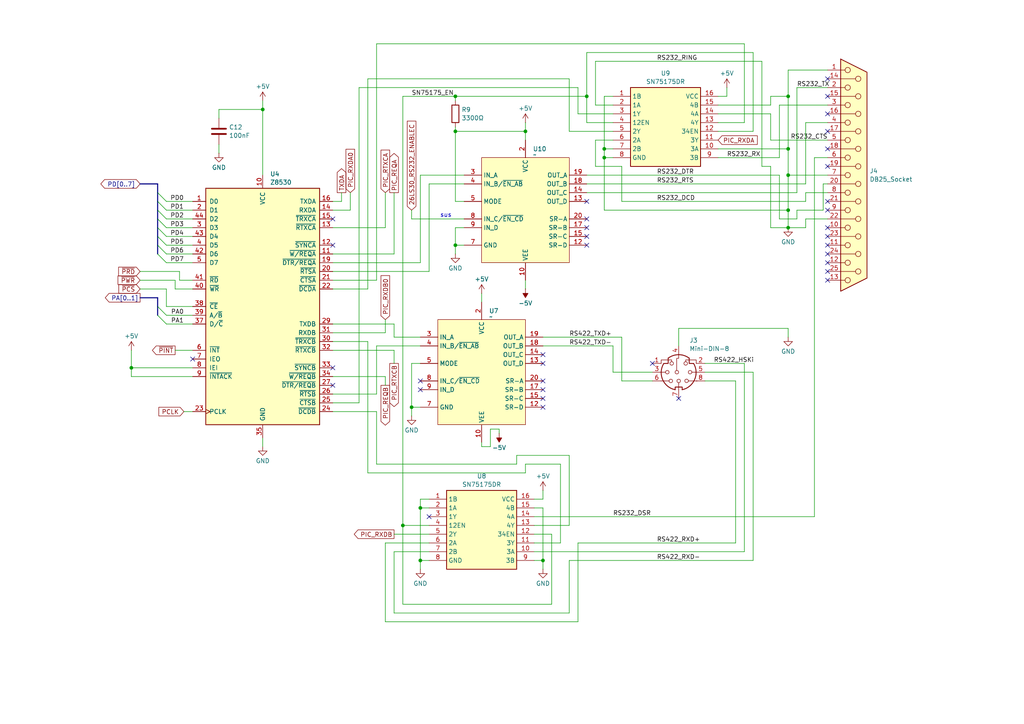
<source format=kicad_sch>
(kicad_sch (version 20250114) (generator "eeschema") (generator_version "9.0")
  (paper "A4")
  (title_block (title "PICDB") (date "2025-09-21") (rev "0.1") (company "Lostwave") (comment 1 "https://github.com/demik/oldworld"))
  (lib_symbols
    (symbol "Connector:DB25_Socket" (pin_names (offset 1.016) (hide yes))
      (property "Reference" "J" (at 0 34.29 0))
      (property "Value" "DB25_Socket" (at 0 -34.925 0))
      (symbol "DB25_Socket_0_1"
        (polyline (pts (xy -3.81 33.655) (xy 3.81 29.845) (xy 3.81 -29.845) (xy -3.81 -33.655) (xy -3.81 33.655)) (stroke (width 0.254)) (fill (type background)))
        (polyline (pts (xy -3.81 30.48) (xy -2.54 30.48)))
        (polyline (pts (xy -3.81 27.94) (xy 0.508 27.94)))
        (polyline (pts (xy -3.81 25.4) (xy -2.54 25.4)))
        (polyline (pts (xy -3.81 22.86) (xy 0.508 22.86)))
        (polyline (pts (xy -3.81 20.32) (xy -2.54 20.32)))
        (polyline (pts (xy -3.81 17.78) (xy 0.508 17.78)))
        (polyline (pts (xy -3.81 15.24) (xy -2.54 15.24)))
        (polyline (pts (xy -3.81 12.7) (xy 0.508 12.7)))
        (polyline (pts (xy -3.81 10.16) (xy -2.54 10.16)))
        (polyline (pts (xy -3.81 7.62) (xy 0.508 7.62)))
        (polyline (pts (xy -3.81 5.08) (xy -2.54 5.08)))
        (polyline (pts (xy -3.81 2.54) (xy 0.508 2.54)))
        (polyline (pts (xy -3.81 0) (xy -2.54 0)))
        (polyline (pts (xy -3.81 -2.54) (xy 0.508 -2.54)))
        (polyline (pts (xy -3.81 -5.08) (xy -2.54 -5.08)))
        (polyline (pts (xy -3.81 -7.62) (xy 0.508 -7.62)))
        (polyline (pts (xy -3.81 -10.16) (xy -2.54 -10.16)))
        (polyline (pts (xy -3.81 -12.7) (xy 0.508 -12.7)))
        (polyline (pts (xy -3.81 -15.24) (xy -2.54 -15.24)))
        (polyline (pts (xy -3.81 -17.78) (xy 0.508 -17.78)))
        (polyline (pts (xy -3.81 -20.32) (xy -2.54 -20.32)))
        (polyline (pts (xy -3.81 -22.86) (xy 0.508 -22.86)))
        (polyline (pts (xy -3.81 -25.4) (xy -2.54 -25.4)))
        (polyline (pts (xy -3.81 -27.94) (xy 0.508 -27.94)))
        (polyline (pts (xy -3.81 -30.48) (xy -2.54 -30.48)))
        (circle (center -1.778 30.48) (radius 0.762))
        (circle (center -1.778 25.4) (radius 0.762))
        (circle (center -1.778 20.32) (radius 0.762))
        (circle (center -1.778 15.24) (radius 0.762))
        (circle (center -1.778 10.16) (radius 0.762))
        (circle (center -1.778 5.08) (radius 0.762))
        (circle (center -1.778 0) (radius 0.762))
        (circle (center -1.778 -5.08) (radius 0.762))
        (circle (center -1.778 -10.16) (radius 0.762))
        (circle (center -1.778 -15.24) (radius 0.762))
        (circle (center -1.778 -20.32) (radius 0.762))
        (circle (center -1.778 -25.4) (radius 0.762))
        (circle (center -1.778 -30.48) (radius 0.762))
        (circle (center 1.27 27.94) (radius 0.762))
        (circle (center 1.27 22.86) (radius 0.762))
        (circle (center 1.27 17.78) (radius 0.762))
        (circle (center 1.27 12.7) (radius 0.762))
        (circle (center 1.27 7.62) (radius 0.762))
        (circle (center 1.27 2.54) (radius 0.762))
        (circle (center 1.27 -2.54) (radius 0.762))
        (circle (center 1.27 -7.62) (radius 0.762))
        (circle (center 1.27 -12.7) (radius 0.762))
        (circle (center 1.27 -17.78) (radius 0.762))
        (circle (center 1.27 -22.86) (radius 0.762))
        (circle (center 1.27 -27.94) (radius 0.762))
      )
      (symbol "DB25_Socket_1_1"
        (pin passive line (at -7.62 30.48 0) (length 3.81) (name "1") (number "1"))
        (pin passive line (at -7.62 27.94 0) (length 3.81) (name "P14") (number "14"))
        (pin passive line (at -7.62 25.4 0) (length 3.81) (name "2") (number "2"))
        (pin passive line (at -7.62 22.86 0) (length 3.81) (name "P15") (number "15"))
        (pin passive line (at -7.62 20.32 0) (length 3.81) (name "3") (number "3"))
        (pin passive line (at -7.62 17.78 0) (length 3.81) (name "P16") (number "16"))
        (pin passive line (at -7.62 15.24 0) (length 3.81) (name "4") (number "4"))
        (pin passive line (at -7.62 12.7 0) (length 3.81) (name "P17") (number "17"))
        (pin passive line (at -7.62 10.16 0) (length 3.81) (name "5") (number "5"))
        (pin passive line (at -7.62 7.62 0) (length 3.81) (name "P18") (number "18"))
        (pin passive line (at -7.62 5.08 0) (length 3.81) (name "6") (number "6"))
        (pin passive line (at -7.62 2.54 0) (length 3.81) (name "P19") (number "19"))
        (pin passive line (at -7.62 0 0) (length 3.81) (name "7") (number "7"))
        (pin passive line (at -7.62 -2.54 0) (length 3.81) (name "P20") (number "20"))
        (pin passive line (at -7.62 -5.08 0) (length 3.81) (name "8") (number "8"))
        (pin passive line (at -7.62 -7.62 0) (length 3.81) (name "P21") (number "21"))
        (pin passive line (at -7.62 -10.16 0) (length 3.81) (name "9") (number "9"))
        (pin passive line (at -7.62 -12.7 0) (length 3.81) (name "P22") (number "22"))
        (pin passive line (at -7.62 -15.24 0) (length 3.81) (name "10") (number "10"))
        (pin passive line (at -7.62 -17.78 0) (length 3.81) (name "P23") (number "23"))
        (pin passive line (at -7.62 -20.32 0) (length 3.81) (name "11") (number "11"))
        (pin passive line (at -7.62 -22.86 0) (length 3.81) (name "P24") (number "24"))
        (pin passive line (at -7.62 -25.4 0) (length 3.81) (name "12") (number "12"))
        (pin passive line (at -7.62 -27.94 0) (length 3.81) (name "P25") (number "25"))
        (pin passive line (at -7.62 -30.48 0) (length 3.81) (name "13") (number "13"))
      )
    )
    (symbol "Connector:Mini-DIN-8" (pin_names (offset 1.016))
      (property "Reference" "J" (at 5.08 5.08 0))
      (property "Value" "Mini-DIN-8" (at 10.668 -5.08 0))
      (symbol "Mini-DIN-8_0_1"
        (polyline (pts (xy -4.318 -2.54) (xy -3.048 -2.54) (xy -3.048 -4.064)) (stroke (width 0.254)))
        (polyline (pts (xy -3.81 0) (xy -5.08 0)))
        (circle (center -3.302 0) (radius 0.508))
        (polyline (pts (xy -2.794 2.54) (xy -5.334 2.54)))
        (circle (center -2.286 2.5146) (radius 0.508))
        (circle (center -2.032 -2.54) (radius 0.508))
        (polyline (pts (xy -2.032 -3.048) (xy -2.032 -3.556) (xy -5.08 -3.556) (xy -5.08 -2.54)))
        (polyline (pts (xy -1.016 5.08) (xy -1.016 4.318) (xy 1.016 4.318) (xy 1.016 5.08)) (stroke (width 0.254)))
        (polyline (pts (xy 0 5.1054) (xy 0 3.048)))
        (circle (center 0 2.54) (radius 0.508))
        (arc (start 3.048 -4.064) (mid 0 -5.08) (end -3.048 -4.064) (stroke (width 0.254)))
        (arc (start 1.016 5.08) (mid 4.6646 2.1356) (end 4.318 -2.54) (stroke (width 0.254)))
        (arc (start -4.318 -2.54) (mid -4.6241 2.1181) (end -1.016 5.08) (stroke (width 0.254)))
        (polyline (pts (xy 0.5842 -0.508) (xy 0.5842 -4.0132) (xy 0 -4.0132) (xy 0 -5.1816)))
        (circle (center 2.032 -2.54) (radius 0.508))
        (polyline (pts (xy 2.032 -3.048) (xy 2.032 -3.556) (xy 5.08 -3.556) (xy 5.08 -2.54)))
        (circle (center 2.286 2.54) (radius 0.508))
        (polyline (pts (xy 2.794 2.54) (xy 5.08 2.54)))
        (circle (center 3.302 0) (radius 0.508))
        (polyline (pts (xy 4.318 -2.54) (xy 3.048 -2.54) (xy 3.048 -4.064)) (stroke (width 0.254)))
        (polyline (pts (xy 5.08 0) (xy 3.81 0)))
      )
      (symbol "Mini-DIN-8_1_1"
        (circle (center 0.5334 0) (radius 0.508))
        (pin passive line (at -7.62 2.54 0) (length 2.54) (name "~") (number "8"))
        (pin passive line (at -7.62 0 0) (length 2.54) (name "~") (number "5"))
        (pin passive line (at -7.62 -2.54 0) (length 2.54) (name "~") (number "2"))
        (pin passive line (at 0 7.62 270) (length 2.54) (name "~") (number "7"))
        (pin passive line (at 0 -7.62 90) (length 2.54) (name "~") (number "4"))
        (pin passive line (at 7.62 2.54 180) (length 2.54) (name "~") (number "6"))
        (pin passive line (at 7.62 0 180) (length 2.54) (name "~") (number "3"))
        (pin passive line (at 7.62 -2.54 180) (length 2.54) (name "~") (number "1"))
      )
    )
    (symbol "Connector_Apple:AM26LS30FN"
      (property "Reference" "U" (at 2.794 20.066 0))
      (symbol "AM26LS30FN_1_1"
        (rectangle (start -12.7 17.78) (end 12.7 -12.7) (fill (type background)))
        (pin input line (at -17.78 12.7 0) (length 5.08) (name "IN_A") (number "3"))
        (pin input line (at -17.78 10.16 0) (length 5.08) (name "IN_B/~{EN_AB}") (number "4"))
        (pin input line (at -17.78 5.08 0) (length 5.08) (name "MODE") (number "5"))
        (pin input line (at -17.78 0 0) (length 5.08) (name "IN_C/~{EN_CD}") (number "8"))
        (pin input line (at -17.78 -2.54 0) (length 5.08) (name "IN_D") (number "9"))
        (pin power_in line (at -17.78 -7.62 0) (length 5.08) (name "GND") (number "7"))
        (pin no_connect line (at -5.08 -17.78 90) (length 5.08) (hide yes) (name "NC") (number "16"))
        (pin no_connect line (at -2.54 -17.78 90) (length 5.08) (hide yes) (name "NC") (number "1"))
        (pin power_in line (at 0 22.86 270) (length 5.08) (name "VCC") (number "2"))
        (pin power_in line (at 0 -17.78 90) (length 5.08) (name "VEE") (number "10"))
        (pin no_connect line (at 2.54 -17.78 90) (length 5.08) (hide yes) (name "NC") (number "6"))
        (pin no_connect line (at 5.08 -17.78 90) (length 5.08) (hide yes) (name "NC") (number "11"))
        (pin output line (at 17.78 12.7 180) (length 5.08) (name "OUT_A") (number "19"))
        (pin output line (at 17.78 10.16 180) (length 5.08) (name "OUT_B") (number "18"))
        (pin output line (at 17.78 7.62 180) (length 5.08) (name "OUT_C") (number "14"))
        (pin output line (at 17.78 5.08 180) (length 5.08) (name "OUT_D") (number "13"))
        (pin output line (at 17.78 0 180) (length 5.08) (name "SR-A") (number "20"))
        (pin output line (at 17.78 -2.54 180) (length 5.08) (name "SR-B") (number "17"))
        (pin output line (at 17.78 -5.08 180) (length 5.08) (name "SR-C") (number "15"))
        (pin output line (at 17.78 -7.62 180) (length 5.08) (name "SR-D") (number "12"))
      )
    )
    (symbol "Connector_Apple:Z8530" (pin_names (offset 1.016))
      (property "Reference" "U" (at -16.51 35.56 0))
      (property "Value" "Z8530" (at 10.16 35.56 0))
      (symbol "Z8530_0_1"
        (rectangle (start -16.51 -34.29) (end 16.51 34.29) (stroke (width 0.254)) (fill (type background)))
      )
      (symbol "Z8530_1_1"
        (pin input line (at -20.32 30.48 0) (length 3.81) (name "D0") (number "1"))
        (pin input line (at -20.32 27.94 0) (length 3.81) (name "D1") (number "2"))
        (pin input line (at -20.32 25.4 0) (length 3.81) (name "D2") (number "44"))
        (pin input line (at -20.32 22.86 0) (length 3.81) (name "D3") (number "3"))
        (pin input line (at -20.32 20.32 0) (length 3.81) (name "D4") (number "43"))
        (pin input line (at -20.32 17.78 0) (length 3.81) (name "D5") (number "4"))
        (pin input line (at -20.32 15.24 0) (length 3.81) (name "D6") (number "42"))
        (pin input line (at -20.32 12.7 0) (length 3.81) (name "D7") (number "5"))
        (pin input line (at -20.32 7.62 0) (length 3.81) (name "~{RD}") (number "41"))
        (pin input line (at -20.32 5.08 0) (length 3.81) (name "~{WR}") (number "40"))
        (pin input line (at -20.32 0 0) (length 3.81) (name "~{CE}") (number "38"))
        (pin input line (at -20.32 -2.54 0) (length 3.81) (name "A/~{B}") (number "39"))
        (pin input line (at -20.32 -5.08 0) (length 3.81) (name "D/~{C}") (number "37"))
        (pin open_collector line (at -20.32 -12.7 0) (length 3.81) (name "~{INT}") (number "6"))
        (pin output line (at -20.32 -15.24 0) (length 3.81) (name "IEO") (number "7"))
        (pin input line (at -20.32 -17.78 0) (length 3.81) (name "IEI") (number "8"))
        (pin input line (at -20.32 -20.32 0) (length 3.81) (name "~{INTACK}") (number "9"))
        (pin input clock (at -20.32 -30.48 0) (length 3.81) (name "PCLK") (number "23"))
        (pin no_connect line (at -7.62 -38.1 90) (length 3.81) (hide yes) (name "NC") (number "17"))
        (pin no_connect line (at -5.08 -38.1 90) (length 3.81) (hide yes) (name "NC") (number "18"))
        (pin no_connect line (at -2.54 -38.1 90) (length 3.81) (hide yes) (name "NC") (number "28"))
        (pin power_in line (at 0 38.1 270) (length 3.81) (name "VCC") (number "10"))
        (pin power_in line (at 0 -38.1 90) (length 3.81) (name "GND") (number "35"))
        (pin no_connect line (at 2.54 -38.1 90) (length 3.81) (hide yes) (name "NC") (number "36"))
        (pin output line (at 20.32 30.48 180) (length 3.81) (name "TXDA") (number "16"))
        (pin input line (at 20.32 27.94 180) (length 3.81) (name "RXDA") (number "14"))
        (pin bidirectional line (at 20.32 25.4 180) (length 3.81) (name "~{TRXCA}") (number "15"))
        (pin input line (at 20.32 22.86 180) (length 3.81) (name "~{RTXCA}") (number "13"))
        (pin bidirectional line (at 20.32 17.78 180) (length 3.81) (name "~{SYNCA}") (number "12"))
        (pin output line (at 20.32 15.24 180) (length 3.81) (name "~{W/REQA}") (number "11"))
        (pin output line (at 20.32 12.7 180) (length 3.81) (name "~{DTR/REQA}") (number "19"))
        (pin output line (at 20.32 10.16 180) (length 3.81) (name "~{RTSA}") (number "20"))
        (pin input line (at 20.32 7.62 180) (length 3.81) (name "~{CTSA}") (number "21"))
        (pin input line (at 20.32 5.08 180) (length 3.81) (name "~{DCDA}") (number "22"))
        (pin output line (at 20.32 -5.08 180) (length 3.81) (name "TXDB") (number "29"))
        (pin input line (at 20.32 -7.62 180) (length 3.81) (name "RXDB") (number "31"))
        (pin bidirectional line (at 20.32 -10.16 180) (length 3.81) (name "~{TRXCB}") (number "30"))
        (pin input line (at 20.32 -12.7 180) (length 3.81) (name "~{RTXCB}") (number "32"))
        (pin bidirectional line (at 20.32 -17.78 180) (length 3.81) (name "~{SYNCB}") (number "33"))
        (pin output line (at 20.32 -20.32 180) (length 3.81) (name "~{W/REQB}") (number "34"))
        (pin output line (at 20.32 -22.86 180) (length 3.81) (name "~{DTR/REQB}") (number "27"))
        (pin output line (at 20.32 -25.4 180) (length 3.81) (name "~{RTSB}") (number "26"))
        (pin input line (at 20.32 -27.94 180) (length 3.81) (name "~{CTSB}") (number "25"))
        (pin input line (at 20.32 -30.48 180) (length 3.81) (name "~{DCDB}") (number "24"))
      )
    )
    (symbol "Device:C" (pin_numbers (hide yes)) (pin_names (offset 0.254))
      (property "Reference" "C" (at 0.635 2.54 0))
      (property "Value" "C" (at 0.635 -2.54 0))
      (symbol "C_0_1"
        (polyline (pts (xy -2.032 0.762) (xy 2.032 0.762)) (stroke (width 0.508)))
        (polyline (pts (xy -2.032 -0.762) (xy 2.032 -0.762)) (stroke (width 0.508)))
      )
      (symbol "C_1_1"
        (pin passive line (at 0 3.81 270) (length 2.794) (name "~") (number "1"))
        (pin passive line (at 0 -3.81 90) (length 2.794) (name "~") (number "2"))
      )
    )
    (symbol "Device:R" (pin_numbers (hide yes)) (pin_names (offset 0))
      (property "Reference" "R" (at 2.032 0 90))
      (property "Value" "R" (at 0 0 90))
      (symbol "R_0_1"
        (rectangle (start -1.016 -2.54) (end 1.016 2.54) (stroke (width 0.254)))
      )
      (symbol "R_1_1"
        (pin passive line (at 0 3.81 270) (length 1.27) (name "~") (number "1"))
        (pin passive line (at 0 -3.81 90) (length 1.27) (name "~") (number "2"))
      )
    )
    (symbol "SN75175DR:SN75175DR"
      (property "Reference" "U" (at 26.67 7.62 0))
      (property "Value" "SN75175DR" (at 26.67 5.08 0))
      (symbol "SN75175DR_1_1"
        (rectangle (start 5.08 2.54) (end 25.4 -20.32) (stroke (width 0.254)) (fill (type background)))
        (pin passive line (at 0 0 0) (length 5.08) (name "1B") (number "1"))
        (pin passive line (at 0 -2.54 0) (length 5.08) (name "1A") (number "2"))
        (pin passive line (at 0 -5.08 0) (length 5.08) (name "1Y") (number "3"))
        (pin passive line (at 0 -7.62 0) (length 5.08) (name "12EN") (number "4"))
        (pin passive line (at 0 -10.16 0) (length 5.08) (name "2Y") (number "5"))
        (pin passive line (at 0 -12.7 0) (length 5.08) (name "2A") (number "6"))
        (pin passive line (at 0 -15.24 0) (length 5.08) (name "2B") (number "7"))
        (pin passive line (at 0 -17.78 0) (length 5.08) (name "GND") (number "8"))
        (pin passive line (at 30.48 0 180) (length 5.08) (name "VCC") (number "16"))
        (pin passive line (at 30.48 -2.54 180) (length 5.08) (name "4B") (number "15"))
        (pin passive line (at 30.48 -5.08 180) (length 5.08) (name "4A") (number "14"))
        (pin passive line (at 30.48 -7.62 180) (length 5.08) (name "4Y") (number "13"))
        (pin passive line (at 30.48 -10.16 180) (length 5.08) (name "34EN") (number "12"))
        (pin passive line (at 30.48 -12.7 180) (length 5.08) (name "3Y") (number "11"))
        (pin passive line (at 30.48 -15.24 180) (length 5.08) (name "3A") (number "10"))
        (pin passive line (at 30.48 -17.78 180) (length 5.08) (name "3B") (number "9"))
      )
    )
    (symbol "power:+5V" (power) (pin_numbers (hide yes)) (pin_names (offset 0) (hide yes))
      (property "Value" "+5V" (at 0 3.556 0))
      (symbol "+5V_0_1"
        (polyline (pts (xy -0.762 1.27) (xy 0 2.54)))
        (polyline (pts (xy 0 2.54) (xy 0.762 1.27)))
        (polyline (pts (xy 0 0) (xy 0 2.54)))
      )
      (symbol "+5V_1_1"
        (pin power_in line (at 0 0 90) (length 0) (name "~") (number "1"))
      )
    )
    (symbol "power:-5V" (power) (pin_numbers (hide yes)) (pin_names (offset 0) (hide yes))
      (property "Value" "-5V" (at 0 3.556 0))
      (symbol "-5V_0_0"
        (pin power_in line (at 0 0 90) (length 0) (name "~") (number "1"))
      )
      (symbol "-5V_0_1"
        (polyline (pts (xy 0 0) (xy 0 1.27) (xy 0.762 1.27) (xy 0 2.54) (xy -0.762 1.27) (xy 0 1.27)) (fill (type outline)))
      )
    )
    (symbol "power:GND" (power) (pin_numbers (hide yes)) (pin_names (offset 0) (hide yes))
      (property "Value" "GND" (at 0 -3.81 0))
      (symbol "GND_0_1"
        (polyline (pts (xy 0 0) (xy 0 -1.27) (xy 1.27 -1.27) (xy 0 -2.54) (xy -1.27 -1.27) (xy 0 -1.27)))
      )
      (symbol "GND_1_1"
        (pin power_in line (at 0 0 270) (length 0) (name "~") (number "1"))
      )
    )
  )
  (text "sus" (at 129.286 62.484 0) (effects (font (size 1.27 1.27) (italic yes))))
  (junction (at 175.26 43.18))
  (junction (at 119.38 118.11))
  (junction (at 132.08 71.12))
  (junction (at 175.26 45.72))
  (junction (at 152.4 38.1))
  (junction (at 132.08 38.1))
  (junction (at 116.84 152.4))
  (junction (at 38.1 106.68))
  (junction (at 228.6 60.96))
  (junction (at 76.2 31.75))
  (junction (at 121.92 162.56))
  (junction (at 228.6 43.18))
  (junction (at 121.92 147.32))
  (junction (at 132.08 27.94))
  (junction (at 228.6 50.8))
  (junction (at 157.48 162.56))
  (junction (at 228.6 66.04))
  (junction (at 228.6 27.94))
  (junction (at 170.18 27.94))
  (no_connect (at 170.18 68.58))
  (no_connect (at 170.18 63.5))
  (no_connect (at 96.52 111.76))
  (no_connect (at 240.03 58.42))
  (no_connect (at 240.03 71.12))
  (no_connect (at 157.48 113.03))
  (no_connect (at 157.48 105.41))
  (no_connect (at 240.03 27.94))
  (no_connect (at 121.92 110.49))
  (no_connect (at 240.03 38.1))
  (no_connect (at 189.23 105.41))
  (no_connect (at 240.03 73.66))
  (no_connect (at 240.03 43.18))
  (no_connect (at 121.92 113.03))
  (no_connect (at 240.03 48.26))
  (no_connect (at 240.03 68.58))
  (no_connect (at 240.03 76.2))
  (no_connect (at 196.85 115.57))
  (no_connect (at 240.03 78.74))
  (no_connect (at 157.48 118.11))
  (no_connect (at 157.48 102.87))
  (no_connect (at 96.52 63.5))
  (no_connect (at 170.18 66.04))
  (no_connect (at 96.52 106.68))
  (no_connect (at 157.48 110.49))
  (no_connect (at 124.46 149.86))
  (no_connect (at 55.88 104.14))
  (no_connect (at 240.03 22.86))
  (no_connect (at 170.18 71.12))
  (no_connect (at 240.03 60.96))
  (no_connect (at 170.18 58.42))
  (no_connect (at 240.03 81.28))
  (no_connect (at 96.52 71.12))
  (no_connect (at 240.03 33.02))
  (no_connect (at 157.48 115.57))
  (no_connect (at 240.03 66.04))
  (bus_entry (at 45.72 68.58) (size 2.54 2.54))
  (bus_entry (at 45.72 73.66) (size 2.54 2.54))
  (bus_entry (at 45.72 55.88) (size 2.54 2.54))
  (bus_entry (at 45.72 91.44) (size 2.54 2.54))
  (bus_entry (at 45.72 71.12) (size 2.54 2.54))
  (bus_entry (at 45.72 58.42) (size 2.54 2.54))
  (bus_entry (at 45.72 88.9) (size 2.54 2.54))
  (bus_entry (at 45.72 60.96) (size 2.54 2.54))
  (bus_entry (at 45.72 66.04) (size 2.54 2.54))
  (bus_entry (at 45.72 63.5) (size 2.54 2.54))
  (wire (pts (xy 154.94 157.48) (xy 162.56 157.48)))
  (wire (pts (xy 165.1 162.56) (xy 165.1 177.8)))
  (wire (pts (xy 119.38 118.11) (xy 121.92 118.11)))
  (wire (pts (xy 231.14 60.96) (xy 231.14 63.5)))
  (wire (pts (xy 121.92 76.2) (xy 96.52 76.2)))
  (wire (pts (xy 170.18 35.56) (xy 177.8 35.56)))
  (wire (pts (xy 189.23 110.49) (xy 180.34 110.49)))
  (wire (pts (xy 204.47 110.49) (xy 213.36 110.49)))
  (wire (pts (xy 210.82 25.4) (xy 210.82 27.94)))
  (wire (pts (xy 167.64 180.34) (xy 111.76 180.34)))
  (bus (pts (xy 45.72 53.34) (xy 40.64 53.34)))
  (wire (pts (xy 233.68 55.88) (xy 233.68 58.42)))
  (wire (pts (xy 96.52 78.74) (xy 124.46 78.74)))
  (wire (pts (xy 40.64 83.82) (xy 48.26 83.82)))
  (wire (pts (xy 215.9 105.41) (xy 204.47 105.41)))
  (wire (pts (xy 172.72 17.78) (xy 172.72 30.48)))
  (wire (pts (xy 48.26 60.96) (xy 55.88 60.96)))
  (wire (pts (xy 152.4 81.28) (xy 152.4 83.82)))
  (wire (pts (xy 139.7 129.54) (xy 139.7 128.27)))
  (wire (pts (xy 40.64 81.28) (xy 50.8 81.28)))
  (wire (pts (xy 165.1 152.4) (xy 165.1 132.08)))
  (wire (pts (xy 175.26 27.94) (xy 175.26 43.18)))
  (wire (pts (xy 167.64 25.4) (xy 167.64 33.02)))
  (wire (pts (xy 96.52 114.3) (xy 109.22 114.3)))
  (wire (pts (xy 104.14 116.84) (xy 104.14 25.4)))
  (wire (pts (xy 139.7 85.09) (xy 139.7 87.63)))
  (wire (pts (xy 238.76 60.96) (xy 231.14 60.96)))
  (wire (pts (xy 160.02 154.94) (xy 160.02 175.26)))
  (wire (pts (xy 228.6 95.25) (xy 228.6 97.79)))
  (wire (pts (xy 228.6 43.18) (xy 228.6 27.94)))
  (bus (pts (xy 45.72 88.9) (xy 45.72 91.44)))
  (wire (pts (xy 165.1 177.8) (xy 114.3 177.8)))
  (wire (pts (xy 152.4 38.1) (xy 132.08 38.1)))
  (wire (pts (xy 101.6 60.96) (xy 101.6 55.88)))
  (wire (pts (xy 165.1 162.56) (xy 218.44 162.56)))
  (bus (pts (xy 45.72 60.96) (xy 45.72 63.5)))
  (wire (pts (xy 196.85 95.25) (xy 228.6 95.25)))
  (wire (pts (xy 233.68 53.34) (xy 233.68 35.56)))
  (wire (pts (xy 50.8 101.6) (xy 55.88 101.6)))
  (bus (pts (xy 45.72 63.5) (xy 45.72 66.04)))
  (wire (pts (xy 218.44 107.95) (xy 204.47 107.95)))
  (wire (pts (xy 170.18 27.94) (xy 170.18 35.56)))
  (wire (pts (xy 228.6 50.8) (xy 228.6 43.18)))
  (wire (pts (xy 208.28 30.48) (xy 223.52 30.48)))
  (wire (pts (xy 213.36 110.49) (xy 213.36 157.48)))
  (wire (pts (xy 48.26 68.58) (xy 55.88 68.58)))
  (wire (pts (xy 152.4 35.56) (xy 152.4 38.1)))
  (wire (pts (xy 170.18 55.88) (xy 231.14 55.88)))
  (wire (pts (xy 76.2 31.75) (xy 76.2 50.8)))
  (wire (pts (xy 119.38 105.41) (xy 121.92 105.41)))
  (wire (pts (xy 116.84 27.94) (xy 132.08 27.94)))
  (wire (pts (xy 215.9 160.02) (xy 215.9 105.41)))
  (wire (pts (xy 162.56 157.48) (xy 162.56 134.62)))
  (wire (pts (xy 114.3 154.94) (xy 124.46 154.94)))
  (wire (pts (xy 180.34 110.49) (xy 180.34 97.79)))
  (wire (pts (xy 116.84 152.4) (xy 124.46 152.4)))
  (wire (pts (xy 220.98 48.26) (xy 220.98 17.78)))
  (wire (pts (xy 189.23 107.95) (xy 177.8 107.95)))
  (wire (pts (xy 52.07 81.28) (xy 52.07 78.74)))
  (wire (pts (xy 111.76 180.34) (xy 111.76 157.48)))
  (wire (pts (xy 231.14 63.5) (xy 226.06 63.5)))
  (wire (pts (xy 132.08 27.94) (xy 132.08 29.21)))
  (wire (pts (xy 50.8 81.28) (xy 50.8 83.82)))
  (wire (pts (xy 157.48 162.56) (xy 157.48 165.1)))
  (wire (pts (xy 144.78 124.46) (xy 144.78 125.73)))
  (wire (pts (xy 38.1 106.68) (xy 55.88 106.68)))
  (wire (pts (xy 157.48 100.33) (xy 177.8 100.33)))
  (wire (pts (xy 233.68 35.56) (xy 240.03 35.56)))
  (wire (pts (xy 233.68 66.04) (xy 228.6 66.04)))
  (wire (pts (xy 154.94 162.56) (xy 157.48 162.56)))
  (wire (pts (xy 175.26 43.18) (xy 177.8 43.18)))
  (wire (pts (xy 226.06 50.8) (xy 170.18 50.8)))
  (wire (pts (xy 154.94 144.78) (xy 157.48 144.78)))
  (wire (pts (xy 208.28 35.56) (xy 215.9 35.56)))
  (wire (pts (xy 172.72 48.26) (xy 172.72 40.64)))
  (wire (pts (xy 175.26 60.96) (xy 228.6 60.96)))
  (wire (pts (xy 231.14 55.88) (xy 231.14 25.4)))
  (wire (pts (xy 170.18 15.24) (xy 170.18 27.94)))
  (bus (pts (xy 45.72 66.04) (xy 45.72 68.58)))
  (wire (pts (xy 48.26 58.42) (xy 55.88 58.42)))
  (wire (pts (xy 48.26 76.2) (xy 55.88 76.2)))
  (wire (pts (xy 76.2 29.21) (xy 76.2 31.75)))
  (wire (pts (xy 124.46 147.32) (xy 121.92 147.32)))
  (wire (pts (xy 167.64 157.48) (xy 213.36 157.48)))
  (wire (pts (xy 96.52 96.52) (xy 111.76 96.52)))
  (wire (pts (xy 114.3 55.88) (xy 114.3 73.66)))
  (wire (pts (xy 38.1 106.68) (xy 38.1 109.22)))
  (wire (pts (xy 157.48 144.78) (xy 157.48 142.24)))
  (wire (pts (xy 208.28 38.1) (xy 218.44 38.1)))
  (wire (pts (xy 226.06 63.5) (xy 226.06 50.8)))
  (wire (pts (xy 223.52 30.48) (xy 223.52 27.94)))
  (wire (pts (xy 124.46 53.34) (xy 124.46 78.74)))
  (wire (pts (xy 240.03 30.48) (xy 226.06 30.48)))
  (wire (pts (xy 134.62 53.34) (xy 124.46 53.34)))
  (wire (pts (xy 132.08 36.83) (xy 132.08 38.1)))
  (wire (pts (xy 50.8 83.82) (xy 55.88 83.82)))
  (wire (pts (xy 111.76 66.04) (xy 111.76 55.88)))
  (wire (pts (xy 162.56 134.62) (xy 152.4 134.62)))
  (wire (pts (xy 109.22 81.28) (xy 96.52 81.28)))
  (bus (pts (xy 45.72 86.36) (xy 45.72 88.9)))
  (wire (pts (xy 109.22 134.62) (xy 109.22 119.38)))
  (wire (pts (xy 177.8 45.72) (xy 175.26 45.72)))
  (wire (pts (xy 114.3 105.41) (xy 114.3 101.6)))
  (wire (pts (xy 38.1 101.6) (xy 38.1 106.68)))
  (wire (pts (xy 223.52 27.94) (xy 228.6 27.94)))
  (wire (pts (xy 63.5 41.91) (xy 63.5 44.45)))
  (wire (pts (xy 218.44 38.1) (xy 218.44 15.24)))
  (wire (pts (xy 48.26 71.12) (xy 55.88 71.12)))
  (wire (pts (xy 104.14 25.4) (xy 167.64 25.4)))
  (wire (pts (xy 152.4 137.16) (xy 152.4 134.62)))
  (wire (pts (xy 116.84 27.94) (xy 116.84 152.4)))
  (wire (pts (xy 228.6 50.8) (xy 240.03 50.8)))
  (wire (pts (xy 152.4 137.16) (xy 106.68 137.16)))
  (wire (pts (xy 121.92 144.78) (xy 124.46 144.78)))
  (wire (pts (xy 154.94 152.4) (xy 165.1 152.4)))
  (wire (pts (xy 109.22 12.7) (xy 109.22 81.28)))
  (wire (pts (xy 180.34 58.42) (xy 180.34 48.26)))
  (wire (pts (xy 121.92 147.32) (xy 121.92 162.56)))
  (wire (pts (xy 132.08 38.1) (xy 132.08 58.42)))
  (wire (pts (xy 154.94 147.32) (xy 157.48 147.32)))
  (wire (pts (xy 160.02 175.26) (xy 116.84 175.26)))
  (wire (pts (xy 215.9 12.7) (xy 109.22 12.7)))
  (wire (pts (xy 154.94 149.86) (xy 236.22 149.86)))
  (wire (pts (xy 96.52 119.38) (xy 109.22 119.38)))
  (wire (pts (xy 167.64 157.48) (xy 167.64 180.34)))
  (wire (pts (xy 48.26 93.98) (xy 55.88 93.98)))
  (wire (pts (xy 132.08 27.94) (xy 170.18 27.94)))
  (wire (pts (xy 233.68 63.5) (xy 233.68 66.04)))
  (wire (pts (xy 177.8 27.94) (xy 175.26 27.94)))
  (wire (pts (xy 154.94 154.94) (xy 160.02 154.94)))
  (wire (pts (xy 172.72 40.64) (xy 177.8 40.64)))
  (wire (pts (xy 238.76 53.34) (xy 238.76 60.96)))
  (wire (pts (xy 119.38 120.65) (xy 119.38 118.11)))
  (wire (pts (xy 240.03 53.34) (xy 238.76 53.34)))
  (wire (pts (xy 99.06 58.42) (xy 99.06 55.88)))
  (bus (pts (xy 45.72 58.42) (xy 45.72 60.96)))
  (wire (pts (xy 106.68 83.82) (xy 106.68 22.86)))
  (wire (pts (xy 55.88 109.22) (xy 38.1 109.22)))
  (bus (pts (xy 45.72 86.36) (xy 40.64 86.36)))
  (wire (pts (xy 167.64 33.02) (xy 177.8 33.02)))
  (wire (pts (xy 121.92 50.8) (xy 121.92 76.2)))
  (wire (pts (xy 177.8 107.95) (xy 177.8 100.33)))
  (wire (pts (xy 231.14 25.4) (xy 240.03 25.4)))
  (wire (pts (xy 119.38 105.41) (xy 119.38 118.11)))
  (wire (pts (xy 165.1 22.86) (xy 165.1 38.1)))
  (wire (pts (xy 228.6 20.32) (xy 240.03 20.32)))
  (wire (pts (xy 40.64 78.74) (xy 52.07 78.74)))
  (wire (pts (xy 96.52 58.42) (xy 99.06 58.42)))
  (wire (pts (xy 175.26 45.72) (xy 175.26 43.18)))
  (wire (pts (xy 165.1 38.1) (xy 177.8 38.1)))
  (wire (pts (xy 228.6 66.04) (xy 223.52 66.04)))
  (wire (pts (xy 223.52 48.26) (xy 220.98 48.26)))
  (wire (pts (xy 223.52 66.04) (xy 223.52 48.26)))
  (wire (pts (xy 157.48 97.79) (xy 180.34 97.79)))
  (wire (pts (xy 142.24 129.54) (xy 142.24 124.46)))
  (wire (pts (xy 121.92 147.32) (xy 121.92 144.78)))
  (wire (pts (xy 119.38 63.5) (xy 134.62 63.5)))
  (wire (pts (xy 236.22 149.86) (xy 236.22 45.72)))
  (wire (pts (xy 63.5 31.75) (xy 76.2 31.75)))
  (wire (pts (xy 48.26 88.9) (xy 55.88 88.9)))
  (wire (pts (xy 228.6 66.04) (xy 228.6 60.96)))
  (wire (pts (xy 149.86 132.08) (xy 149.86 134.62)))
  (wire (pts (xy 196.85 100.33) (xy 196.85 95.25)))
  (wire (pts (xy 132.08 66.04) (xy 132.08 71.12)))
  (wire (pts (xy 210.82 27.94) (xy 208.28 27.94)))
  (wire (pts (xy 121.92 97.79) (xy 114.3 97.79)))
  (wire (pts (xy 134.62 66.04) (xy 132.08 66.04)))
  (wire (pts (xy 157.48 147.32) (xy 157.48 162.56)))
  (wire (pts (xy 96.52 116.84) (xy 104.14 116.84)))
  (wire (pts (xy 223.52 33.02) (xy 208.28 33.02)))
  (wire (pts (xy 48.26 83.82) (xy 48.26 88.9)))
  (wire (pts (xy 233.68 58.42) (xy 180.34 58.42)))
  (wire (pts (xy 228.6 27.94) (xy 228.6 20.32)))
  (wire (pts (xy 218.44 15.24) (xy 170.18 15.24)))
  (bus (pts (xy 45.72 68.58) (xy 45.72 71.12)))
  (wire (pts (xy 226.06 30.48) (xy 226.06 45.72)))
  (wire (pts (xy 114.3 160.02) (xy 124.46 160.02)))
  (wire (pts (xy 121.92 100.33) (xy 109.22 100.33)))
  (wire (pts (xy 111.76 92.71) (xy 111.76 96.52)))
  (wire (pts (xy 215.9 35.56) (xy 215.9 12.7)))
  (wire (pts (xy 114.3 93.98) (xy 96.52 93.98)))
  (wire (pts (xy 142.24 124.46) (xy 144.78 124.46)))
  (wire (pts (xy 165.1 132.08) (xy 149.86 132.08)))
  (wire (pts (xy 119.38 60.96) (xy 119.38 63.5)))
  (wire (pts (xy 180.34 48.26) (xy 172.72 48.26)))
  (wire (pts (xy 240.03 55.88) (xy 233.68 55.88)))
  (wire (pts (xy 114.3 97.79) (xy 114.3 93.98)))
  (wire (pts (xy 114.3 101.6) (xy 96.52 101.6)))
  (wire (pts (xy 134.62 50.8) (xy 121.92 50.8)))
  (wire (pts (xy 218.44 162.56) (xy 218.44 107.95)))
  (wire (pts (xy 132.08 58.42) (xy 134.62 58.42)))
  (wire (pts (xy 172.72 30.48) (xy 177.8 30.48)))
  (wire (pts (xy 220.98 17.78) (xy 172.72 17.78)))
  (wire (pts (xy 109.22 114.3) (xy 109.22 100.33)))
  (wire (pts (xy 132.08 71.12) (xy 134.62 71.12)))
  (wire (pts (xy 132.08 73.66) (xy 132.08 71.12)))
  (bus (pts (xy 45.72 53.34) (xy 45.72 55.88)))
  (wire (pts (xy 96.52 60.96) (xy 101.6 60.96)))
  (wire (pts (xy 96.52 99.06) (xy 106.68 99.06)))
  (wire (pts (xy 170.18 53.34) (xy 233.68 53.34)))
  (wire (pts (xy 48.26 66.04) (xy 55.88 66.04)))
  (wire (pts (xy 96.52 66.04) (xy 111.76 66.04)))
  (bus (pts (xy 45.72 55.88) (xy 45.72 58.42)))
  (wire (pts (xy 114.3 73.66) (xy 96.52 73.66)))
  (wire (pts (xy 240.03 40.64) (xy 223.52 40.64)))
  (wire (pts (xy 55.88 81.28) (xy 52.07 81.28)))
  (bus (pts (xy 45.72 71.12) (xy 45.72 73.66)))
  (wire (pts (xy 96.52 83.82) (xy 106.68 83.82)))
  (wire (pts (xy 111.76 111.76) (xy 111.76 109.22)))
  (wire (pts (xy 114.3 177.8) (xy 114.3 160.02)))
  (wire (pts (xy 96.52 109.22) (xy 111.76 109.22)))
  (wire (pts (xy 48.26 73.66) (xy 55.88 73.66)))
  (wire (pts (xy 48.26 63.5) (xy 55.88 63.5)))
  (wire (pts (xy 139.7 129.54) (xy 142.24 129.54)))
  (wire (pts (xy 121.92 165.1) (xy 121.92 162.56)))
  (wire (pts (xy 226.06 45.72) (xy 208.28 45.72)))
  (wire (pts (xy 208.28 43.18) (xy 228.6 43.18)))
  (wire (pts (xy 228.6 60.96) (xy 228.6 50.8)))
  (wire (pts (xy 240.03 63.5) (xy 233.68 63.5)))
  (wire (pts (xy 111.76 157.48) (xy 124.46 157.48)))
  (wire (pts (xy 149.86 134.62) (xy 109.22 134.62)))
  (wire (pts (xy 48.26 91.44) (xy 55.88 91.44)))
  (wire (pts (xy 106.68 22.86) (xy 165.1 22.86)))
  (wire (pts (xy 152.4 38.1) (xy 152.4 40.64)))
  (wire (pts (xy 63.5 34.29) (xy 63.5 31.75)))
  (wire (pts (xy 154.94 160.02) (xy 215.9 160.02)))
  (wire (pts (xy 236.22 45.72) (xy 240.03 45.72)))
  (wire (pts (xy 53.34 119.38) (xy 55.88 119.38)))
  (wire (pts (xy 223.52 40.64) (xy 223.52 33.02)))
  (wire (pts (xy 121.92 162.56) (xy 124.46 162.56)))
  (wire (pts (xy 175.26 45.72) (xy 175.26 60.96)))
  (wire (pts (xy 106.68 137.16) (xy 106.68 99.06)))
  (wire (pts (xy 76.2 127) (xy 76.2 129.54)))
  (wire (pts (xy 116.84 175.26) (xy 116.84 152.4)))
  (label "RS422_RXD-" (at 190.5 162.56 0))
  (label "SN75175_EN" (at 119.38 27.94 0))
  (label "RS232_DSR" (at 177.8 149.86 0))
  (label "RS232_CTS" (at 240.03 40.64 180))
  (label "RS422_HSKi" (at 207.01 105.41 0))
  (label "PD5" (at 53.34 71.12 180))
  (label "RS232_DCD" (at 190.5 58.42 0))
  (label "RS232_RING" (at 190.5 17.78 0))
  (label "PD6" (at 53.34 73.66 180))
  (label "RS422_TXD-" (at 165.1 100.33 0))
  (label "PA0" (at 53.34 91.44 180))
  (label "PD1" (at 53.34 60.96 180))
  (label "RS422_TXD+" (at 165.1 97.79 0))
  (label "PD7" (at 53.34 76.2 180))
  (label "RS422_RXD+" (at 190.5 157.48 0))
  (label "RS232_RX" (at 210.82 45.72 0))
  (label "PD3" (at 53.34 66.04 180))
  (label "RS232_TX" (at 231.14 25.4 0))
  (label "PD4" (at 53.34 68.58 180))
  (label "PD0" (at 53.34 58.42 180))
  (label "PD2" (at 53.34 63.5 180))
  (label "RS232_DTR" (at 190.5 50.8 0))
  (label "RS232_RTS" (at 190.5 53.34 0))
  (label "PA1" (at 53.34 93.98 180))
  (global_label "26LS30_RS232_ENABLEC" (shape input) (at 119.38 60.96 90) (property "Intersheetrefs" "${INTERSHEET_REFS}" (effects (hide yes))))
  (global_label "PCLK" (shape input) (at 53.34 119.38 180) (property "Intersheetrefs" "${INTERSHEET_REFS}" (effects (hide yes))))
  (global_label "PIC_RTXCB" (shape output) (at 114.3 105.41 270) (property "Intersheetrefs" "${INTERSHEET_REFS}" (effects (hide yes))))
  (global_label "TXDA" (shape output) (at 99.06 55.88 90) (property "Intersheetrefs" "${INTERSHEET_REFS}" (effects (hide yes))))
  (global_label "PIC_RTXCA" (shape input) (at 111.76 55.88 90) (property "Intersheetrefs" "${INTERSHEET_REFS}" (effects (hide yes))))
  (global_label "PIC_RXDA0" (shape input) (at 101.6 55.88 90) (property "Intersheetrefs" "${INTERSHEET_REFS}" (effects (hide yes))))
  (global_label "~{PWR}" (shape input) (at 40.64 81.28 180) (property "Intersheetrefs" "${INTERSHEET_REFS}" (effects (hide yes))))
  (global_label "PIC_RXDA" (shape input) (at 208.28 40.64 0) (property "Intersheetrefs" "${INTERSHEET_REFS}" (effects (hide yes))))
  (global_label "PD[0..7]" (shape bidirectional) (at 40.64 53.34 180) (property "Intersheetrefs" "${INTERSHEET_REFS}" (effects (hide yes))))
  (global_label "~{PRD}" (shape input) (at 40.64 78.74 180) (property "Intersheetrefs" "${INTERSHEET_REFS}" (effects (hide yes))))
  (global_label "PA[0..1]" (shape output) (at 40.64 86.36 180) (property "Intersheetrefs" "${INTERSHEET_REFS}" (effects (hide yes))))
  (global_label "PIC_RXDB" (shape output) (at 114.3 154.94 180) (property "Intersheetrefs" "${INTERSHEET_REFS}" (effects (hide yes))))
  (global_label "PIC_RXDB0" (shape input) (at 111.76 92.71 90) (property "Intersheetrefs" "${INTERSHEET_REFS}" (effects (hide yes))))
  (global_label "~{PCS}" (shape input) (at 40.64 83.82 180) (property "Intersheetrefs" "${INTERSHEET_REFS}" (effects (hide yes))))
  (global_label "PIC_REQB" (shape output) (at 111.76 111.76 270) (property "Intersheetrefs" "${INTERSHEET_REFS}" (effects (hide yes))))
  (global_label "~{PINT}" (shape output) (at 50.8 101.6 180) (property "Intersheetrefs" "${INTERSHEET_REFS}" (effects (hide yes))))
  (global_label "PIC_REQA" (shape output) (at 114.3 55.88 90) (property "Intersheetrefs" "${INTERSHEET_REFS}" (effects (hide yes))))
  (symbol (lib_id "power:GND") (at 228.6 66.04 0) (unit 1)
    (property "Reference" "#PWR032" (effects (hide yes)))
    (property "Value" "GND" (at 228.6 70.1731 0))
    (property "Description" "Power symbol creates a global label with name \"GND\" , ground" (effects (hide yes)))
  )
  (symbol (lib_id "power:+5V") (at 210.82 25.4 0) (unit 1)
    (property "Reference" "#PWR033" (effects (hide yes)))
    (property "Value" "+5V" (at 210.82 21.2669 0))
    (property "Description" "Power symbol creates a global label with name \"+5V\"" (effects (hide yes)))
  )
  (symbol (lib_id "Device:R") (at 132.08 33.02 180) (unit 1)
    (property "Reference" "R9" (at 133.858 31.8078 0) (effects (justify right)))
    (property "Value" "3300Ω" (at 133.858 34.2321 0) (effects (justify right)))
    (property "Description" "Resistor" (effects (hide yes)))
  )
  (symbol (lib_id "power:GND") (at 63.5 44.45 0) (unit 1)
    (property "Reference" "#PWR023" (effects (hide yes)))
    (property "Value" "GND" (at 63.5 48.5831 0))
    (property "Description" "Power symbol creates a global label with name \"GND\" , ground" (effects (hide yes)))
  )
  (symbol (lib_id "power:GND") (at 132.08 73.66 0) (unit 1)
    (property "Reference" "#PWR036" (effects (hide yes)))
    (property "Value" "GND" (at 132.08 77.7931 0))
    (property "Description" "Power symbol creates a global label with name \"GND\" , ground" (effects (hide yes)))
  )
  (symbol (lib_id "Connector_Apple:Z8530") (at 76.2 88.9 0) (unit 1)
    (property "Reference" "U4" (at 78.3433 50.4655 0) (effects (justify left)))
    (property "Value" "Z8530" (at 78.3433 52.8898 0) (effects (justify left)))
    (property "Footprint" "Package_LCC:PLCC-44_THT-Socket" (effects (hide yes)))
    (property "Datasheet" "https://www.zilog.com/docs/serial/ps0117.pdf" (effects (hide yes)))
    (property "Description" "SCC Serial Communication Controller, PLCC-44" (effects (hide yes)))
  )
  (symbol (lib_id "power:GND") (at 76.2 129.54 0) (unit 1)
    (property "Reference" "#PWR022" (effects (hide yes)))
    (property "Value" "GND" (at 76.2 133.6731 0))
    (property "Description" "Power symbol creates a global label with name \"GND\" , ground" (effects (hide yes)))
  )
  (symbol (lib_id "Device:C") (at 63.5 38.1 0) (unit 1)
    (property "Reference" "C12" (at 66.421 36.8878 0) (effects (justify left)))
    (property "Value" "100nF" (at 66.421 39.3121 0) (effects (justify left)))
    (property "Description" "Unpolarized capacitor" (effects (hide yes)))
  )
  (symbol (lib_id "power:+5V") (at 157.48 142.24 0) (unit 1)
    (property "Reference" "#PWR038" (effects (hide yes)))
    (property "Value" "+5V" (at 157.48 138.1069 0))
    (property "Description" "Power symbol creates a global label with name \"+5V\"" (effects (hide yes)))
  )
  (symbol (lib_id "power:+5V") (at 76.2 29.21 0) (unit 1)
    (property "Reference" "#PWR024" (effects (hide yes)))
    (property "Value" "+5V" (at 76.2 25.0769 0))
    (property "Description" "Power symbol creates a global label with name \"+5V\"" (effects (hide yes)))
  )
  (symbol (lib_id "SN75175DR:SN75175DR") (at 177.8 27.94 0) (unit 1)
    (property "Reference" "U9" (at 193.04 21.2555 0))
    (property "Value" "SN75175DR" (at 193.04 23.6798 0))
    (property "Footprint" "Package_SO:SOIC-16_3.9x9.9mm_P1.27mm" (effects (hide yes)))
    (property "Datasheet" "http://www.ti.com/lit/gpn/sn75175" (effects (hide yes)))
    (property "Description" "Quadruple Differential Line Receiver" (effects (hide yes)))
    (property "Height" "1.75" (effects (hide yes)))
    (property "Mouser Part Number" "595-SN75175DR" (effects (hide yes)))
    (property "Mouser Price/Stock" "https://www.mouser.co.uk/ProductDetail/Texas-Instruments/SN75175DR?qs=bvCpHSZmQjkNgKpI%252BMy4jw%3D%3D" (effects (hide yes)))
    (property "Manufacturer_Name" "Texas Instruments" (effects (hide yes)))
    (property "Manufacturer_Part_Number" "SN75175DR" (effects (hide yes)))
  )
  (symbol (lib_id "power:+5V") (at 139.7 85.09 0) (unit 1)
    (property "Reference" "#PWR029" (effects (hide yes)))
    (property "Value" "+5V" (at 139.7 80.9569 0))
    (property "Description" "Power symbol creates a global label with name \"+5V\"" (effects (hide yes)))
  )
  (symbol (lib_id "power:GND") (at 157.48 165.1 0) (unit 1)
    (property "Reference" "#PWR034" (effects (hide yes)))
    (property "Value" "GND" (at 157.48 169.2331 0))
    (property "Description" "Power symbol creates a global label with name \"GND\" , ground" (effects (hide yes)))
  )
  (symbol (lib_id "power:GND") (at 228.6 97.79 0) (unit 1)
    (property "Reference" "#PWR030" (effects (hide yes)))
    (property "Value" "GND" (at 228.6 101.9231 0))
    (property "Description" "Power symbol creates a global label with name \"GND\" , ground" (effects (hide yes)))
  )
  (symbol (lib_id "Connector:DB25_Socket") (at 247.65 50.8 0) (unit 1)
    (property "Reference" "J4" (at 252.222 49.5878 0) (effects (justify left)))
    (property "Value" "DB25_Socket" (at 252.222 52.0121 0) (effects (justify left)))
    (property "Description" "25-pin D-SUB connector, socket (female)" (effects (hide yes)))
  )
  (symbol (lib_id "power:-5V") (at 152.4 83.82 180) (unit 1)
    (property "Reference" "#PWR037" (effects (hide yes)))
    (property "Value" "-5V" (at 152.4 87.9531 0))
    (property "Description" "Power symbol creates a global label with name \"-5V\"" (effects (hide yes)))
  )
  (symbol (lib_id "Connector:Mini-DIN-8") (at 196.85 107.95 180) (unit 1)
    (property "Reference" "J3" (at 199.9681 98.7255 0) (effects (justify right)))
    (property "Value" "Mini-DIN-8" (at 199.9681 101.1498 0) (effects (justify right)))
    (property "Datasheet" "http://service.powerdynamics.com/ec/Catalog17/Section%2011.pdf" (effects (hide yes)))
    (property "Description" "8-pin Mini-DIN connector" (effects (hide yes)))
  )
  (symbol (lib_id "power:+5V") (at 38.1 101.6 0) (unit 1)
    (property "Reference" "#PWR013" (effects (hide yes)))
    (property "Value" "+5V" (at 38.1 97.4669 0))
    (property "Description" "Power symbol creates a global label with name \"+5V\"" (effects (hide yes)))
  )
  (symbol (lib_id "Connector_Apple:AM26LS30FN") (at 139.7 110.49 0) (unit 1)
    (property "Reference" "U7" (at 141.8433 90.1785 0) (effects (justify left)))
    (property "Value" "~" (at 141.8433 91.8599 0) (effects (justify left)))
    (property "Footprint" "Package_LCC:PLCC-20" (effects (hide yes)))
    (property "Description" "1Mbps 5V RS422 Quad Line Drivers, PLCC-20" (effects (hide yes)))
  )
  (symbol (lib_id "power:GND") (at 119.38 120.65 0) (unit 1)
    (property "Reference" "#PWR027" (effects (hide yes)))
    (property "Value" "GND" (at 119.38 124.7831 0))
    (property "Description" "Power symbol creates a global label with name \"GND\" , ground" (effects (hide yes)))
  )
  (symbol (lib_id "power:GND") (at 121.92 165.1 0) (unit 1)
    (property "Reference" "#PWR031" (effects (hide yes)))
    (property "Value" "GND" (at 121.92 169.2331 0))
    (property "Description" "Power symbol creates a global label with name \"GND\" , ground" (effects (hide yes)))
  )
  (symbol (lib_id "Connector_Apple:AM26LS30FN") (at 152.4 63.5 0) (unit 1)
    (property "Reference" "U10" (at 154.5433 43.1885 0) (effects (justify left)))
    (property "Value" "~" (at 154.5433 44.8699 0) (effects (justify left)))
    (property "Footprint" "Package_LCC:PLCC-20" (effects (hide yes)))
    (property "Description" "1Mbps 5V RS422 Quad Line Drivers, PLCC-20" (effects (hide yes)))
  )
  (symbol (lib_id "SN75175DR:SN75175DR") (at 124.46 144.78 0) (unit 1)
    (property "Reference" "U8" (at 139.7 138.0955 0))
    (property "Value" "SN75175DR" (at 139.7 140.5198 0))
    (property "Footprint" "Package_SO:SOIC-16_3.9x9.9mm_P1.27mm" (effects (hide yes)))
    (property "Datasheet" "http://www.ti.com/lit/gpn/sn75175" (effects (hide yes)))
    (property "Description" "Quadruple Differential Line Receiver" (effects (hide yes)))
    (property "Height" "1.75" (effects (hide yes)))
    (property "Mouser Part Number" "595-SN75175DR" (effects (hide yes)))
    (property "Mouser Price/Stock" "https://www.mouser.co.uk/ProductDetail/Texas-Instruments/SN75175DR?qs=bvCpHSZmQjkNgKpI%252BMy4jw%3D%3D" (effects (hide yes)))
    (property "Manufacturer_Name" "Texas Instruments" (effects (hide yes)))
    (property "Manufacturer_Part_Number" "SN75175DR" (effects (hide yes)))
  )
  (symbol (lib_id "power:-5V") (at 144.78 125.73 180) (unit 1)
    (property "Reference" "#PWR028" (effects (hide yes)))
    (property "Value" "-5V" (at 144.78 129.8631 0))
    (property "Description" "Power symbol creates a global label with name \"-5V\"" (effects (hide yes)))
  )
  (symbol (lib_id "power:+5V") (at 152.4 35.56 0) (unit 1)
    (property "Reference" "#PWR035" (effects (hide yes)))
    (property "Value" "+5V" (at 152.4 31.4269 0))
    (property "Description" "Power symbol creates a global label with name \"+5V\"" (effects (hide yes)))
  )
)
</source>
